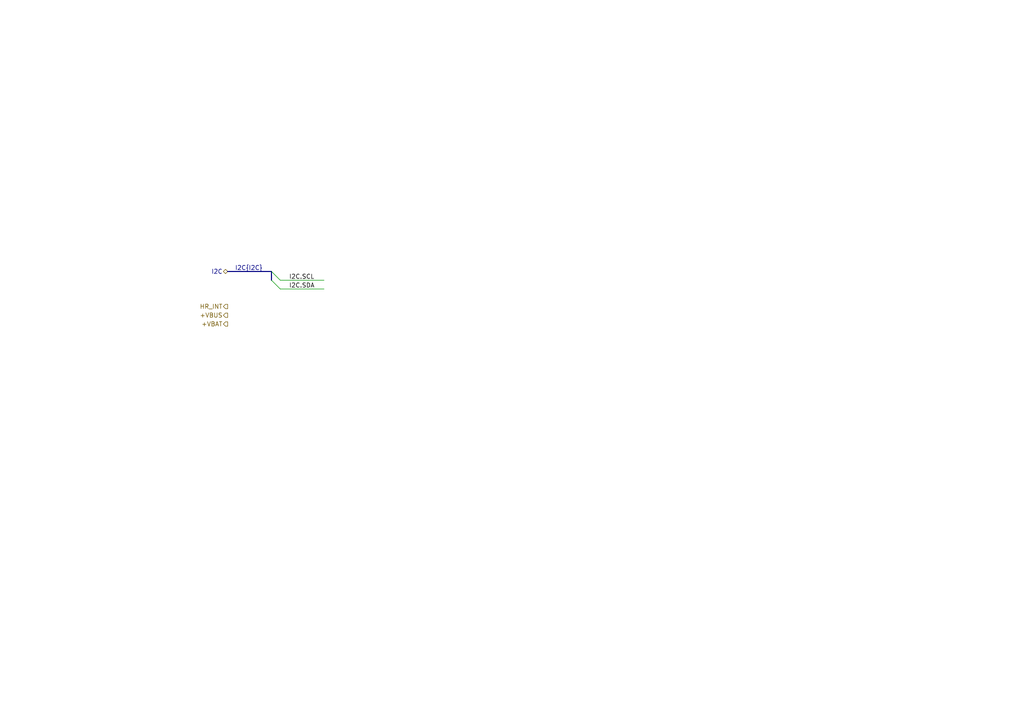
<source format=kicad_sch>
(kicad_sch (version 20230121) (generator eeschema)
  (paper "A4")
  (lib_symbols)
  (bus_entry (at 78.74 81.28) (size 2.54 2.54))
  (bus_entry (at 78.74 78.74) (size 2.54 2.54))
  (bus (pts (xy 78.74 78.74) (xy 66.04 78.74)))
  (bus (pts (xy 78.74 78.74) (xy 78.74 81.28)))
  (wire (pts (xy 81.28 81.28) (xy 93.98 81.28)))
  (wire (pts (xy 81.28 83.82) (xy 93.98 83.82)))
  (label "I2C.SDA" (at 83.82 83.82 0))
  (label "I2C{I2C}" (at 76.2 78.74 180))
  (label "I2C.SCL" (at 83.82 81.28 0))
  (hierarchical_label "HR_INT" (shape output) (at 66.04 88.9 180))
  (hierarchical_label "+VBAT" (shape output) (at 66.04 93.98 180))
  (hierarchical_label "I2C" (shape bidirectional) (at 66.04 78.74 180) (property "DSI" "DSI" (effects hide)))
  (hierarchical_label "+VBUS" (shape output) (at 66.04 91.44 180))
)
</source>
